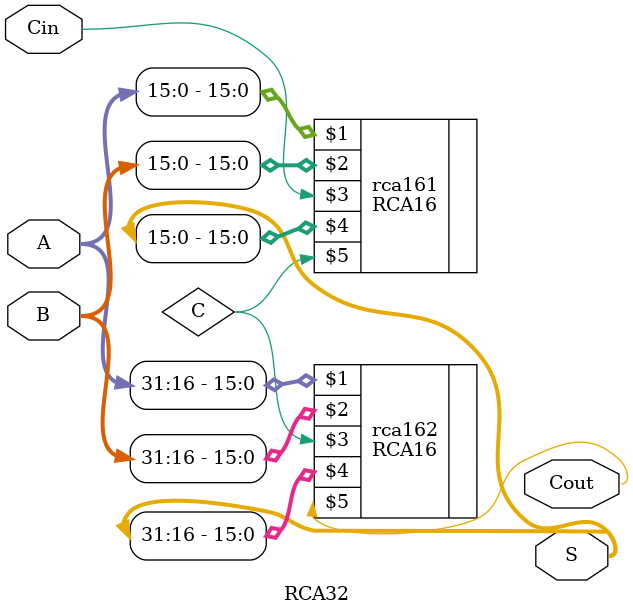
<source format=v>
`timescale 1ns / 1ps

module RCA32(
    input [31:0]A, B,
    input Cin,
    output [31:0]S,
    output Cout
    );
    
    wire C;
    
    RCA16 rca161(A[15:0], B[15:0], Cin, S[15:0], C);
    RCA16 rca162(A[31:16], B[31:16], C, S[31:16], Cout);
    
endmodule

</source>
